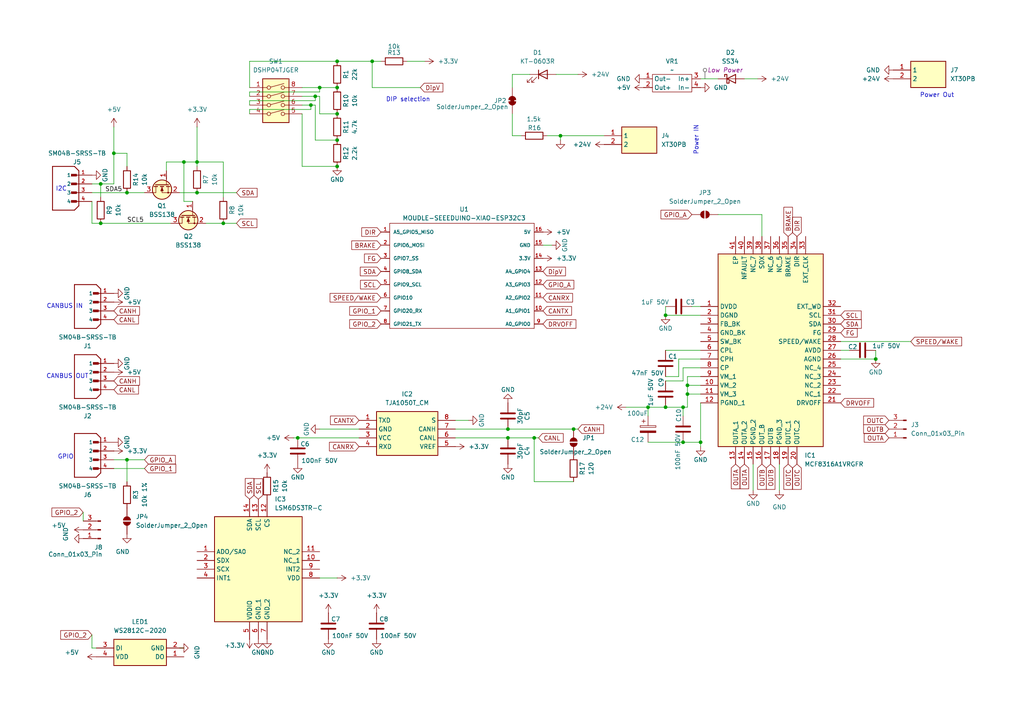
<source format=kicad_sch>
(kicad_sch (version 20231120) (generator "eeschema") (generator_version "8.0")
  (paper "A4")
  (lib_symbols
    (symbol "Connector:Conn_01x03_Pin" (pin_names (offset 1.016) hide)
      (property "Reference" "J" (at 0 5.08 0))
      (property "Value" "Conn_01x03_Pin" (at 0 -5.08 0))
      (symbol "Conn_01x03_Pin_1_1"
        (pin passive line (at 5.08 2.54 180) (length 3.81) (name "Pin_1") (number "1"))
        (pin passive line (at 5.08 0 180) (length 3.81) (name "Pin_2") (number "2"))
        (pin passive line (at 5.08 -2.54 180) (length 3.81) (name "Pin_3") (number "3"))
      )
    )
    (symbol "Device:C" (pin_numbers hide) (pin_names (offset 0.254))
      (property "Reference" "C" (at 0.635 2.54 0))
      (property "Value" "C" (at 0.635 -2.54 0))
      (symbol "C_1_1"
        (pin passive line (at 0 3.81 270) (length 2.794) (name "~") (number "1"))
        (pin passive line (at 0 -3.81 90) (length 2.794) (name "~") (number "2"))
      )
    )
    (symbol "Device:C_Polarized" (pin_numbers hide) (pin_names (offset 0.254))
      (property "Reference" "C" (at 0.635 2.54 0))
      (property "Value" "C_Polarized" (at 0.635 -2.54 0))
      (symbol "C_Polarized_1_1"
        (pin passive line (at 0 3.81 270) (length 2.794) (name "~") (number "1"))
        (pin passive line (at 0 -3.81 90) (length 2.794) (name "~") (number "2"))
      )
    )
    (symbol "Device:LED" (pin_numbers hide) (pin_names (offset 1.016) hide)
      (property "Reference" "D" (at 0 2.54 0))
      (property "Value" "LED" (at 0 -2.54 0))
      (symbol "LED_1_1"
        (pin passive line (at -3.81 0 0) (length 2.54) (name "K") (number "1"))
        (pin passive line (at 3.81 0 180) (length 2.54) (name "A") (number "2"))
      )
    )
    (symbol "Device:R" (pin_numbers hide) (pin_names (offset 0))
      (property "Reference" "R" (at 2.032 0 90))
      (property "Value" "R" (at 0 0 90))
      (symbol "R_1_1"
        (pin passive line (at 0 3.81 270) (length 1.27) (name "~") (number "1"))
        (pin passive line (at 0 -3.81 90) (length 1.27) (name "~") (number "2"))
      )
    )
    (symbol "Diode:1N5820" (pin_numbers hide) (pin_names (offset 1.016) hide)
      (property "Reference" "D" (at 0 2.54 0))
      (property "Value" "1N5820" (at 0 -2.54 0))
      (symbol "1N5820_1_1"
        (pin passive line (at -3.81 0 0) (length 2.54) (name "K") (number "1"))
        (pin passive line (at 3.81 0 180) (length 2.54) (name "A") (number "2"))
      )
    )
    (symbol "Jumper:SolderJumper_2_Bridged" (pin_numbers hide) (pin_names (offset 0) hide) (exclude_from_sim yes) (in_bom no)
      (property "Reference" "JP" (at 0 2.032 0))
      (property "Value" "SolderJumper_2_Bridged" (at 0 -2.54 0))
      (symbol "SolderJumper_2_Bridged_1_1"
        (pin passive line (at -3.81 0 0) (length 2.54) (name "A") (number "1"))
        (pin passive line (at 3.81 0 180) (length 2.54) (name "B") (number "2"))
      )
    )
    (symbol "Jumper:SolderJumper_2_Open" (pin_numbers hide) (pin_names (offset 0) hide) (exclude_from_sim yes) (in_bom no)
      (property "Reference" "JP" (at 0 2.032 0))
      (property "Value" "SolderJumper_2_Open" (at 0 -2.54 0))
      (symbol "SolderJumper_2_Open_1_1"
        (pin passive line (at -3.81 0 0) (length 2.54) (name "A") (number "1"))
        (pin passive line (at 3.81 0 180) (length 2.54) (name "B") (number "2"))
      )
    )
    (symbol "PCM_Transistor_MOSFET_AKL:BSS138" (pin_names hide)
      (property "Reference" "Q" (at 5.08 1.27 0))
      (property "Value" "BSS138" (at 5.08 -1.27 0))
      (symbol "BSS138_1_1"
        (pin input line (at -3.81 -1.27 0) (length 2.54) (name "G") (number "1"))
        (pin passive line (at 2.54 -5.08 90) (length 2.54) (name "S") (number "2"))
        (pin passive line (at 2.54 5.08 270) (length 2.54) (name "D") (number "3"))
      )
    )
    (symbol "Personal:Reg_Board"
      (property "Reference" "VR" (at 1.016 3.81 0))
      (symbol "Reg_Board_1_1"
        (pin input line (at -7.62 1.27 0) (length 2.54) (name "Out-") (number "1"))
        (pin input line (at -7.62 -1.27 0) (length 2.54) (name "Out+") (number "2"))
        (pin output line (at 8.89 1.27 180) (length 2.54) (name "In+") (number "3"))
        (pin output line (at 8.89 -1.27 180) (length 2.54) (name "In-") (number "4"))
      )
    )
    (symbol "SamacSys_Parts:B4B-XH-A_LF__SN_" (pin_names (offset 1.016))
      (property "Reference" "J" (at -2.54 6.35 0))
      (property "Value" "B4B-XH-A_LF__SN_" (at -2.54 -10.16 0))
      (symbol "B4B-XH-A_LF__SN__0_0"
        (pin passive line (at -7.62 2.54 0) (length 5.08) (name "1") (number "1"))
        (pin passive line (at -7.62 0 0) (length 5.08) (name "2") (number "2"))
        (pin passive line (at -7.62 -2.54 0) (length 5.08) (name "3") (number "3"))
        (pin passive line (at -7.62 -5.08 0) (length 5.08) (name "4") (number "4"))
      )
    )
    (symbol "SamacSys_Parts:ESP32_C3_Super_mini" (pin_names (offset 1.016))
      (property "Reference" "U1" (at 0.254 -18.034 0))
      (property "Value" "ESP32_C3_Super_mini" (at 0.254 -20.574 0))
      (symbol "ESP32_C3_Super_mini_1_0"
        (pin bidirectional line (at -24.13 11.43 0) (length 2.54) (name "A5_GPIO5_MISO") (number "1"))
        (pin bidirectional line (at 22.86 -11.43 180) (length 2.54) (name "A1_GPIO1") (number "10"))
        (pin bidirectional line (at 22.86 -7.62 180) (length 2.54) (name "A2_GPIO2") (number "11"))
        (pin bidirectional line (at 22.86 -3.81 180) (length 2.54) (name "A3_GPIO3") (number "12"))
        (pin bidirectional line (at 22.86 0 180) (length 2.54) (name "A4_GPIO4") (number "13"))
        (pin bidirectional line (at 22.86 3.81 180) (length 2.54) (name "3.3V") (number "14"))
        (pin bidirectional line (at 22.86 7.62 180) (length 2.54) (name "GND") (number "15"))
        (pin bidirectional line (at 22.86 11.43 180) (length 2.54) (name "5V") (number "16"))
        (pin bidirectional line (at -24.13 7.62 0) (length 2.54) (name "GPIO6_MOSI") (number "2"))
        (pin bidirectional line (at -24.13 3.81 0) (length 2.54) (name "GPIO7_SS") (number "3"))
        (pin bidirectional line (at -24.13 0 0) (length 2.54) (name "GPIO8_SDA") (number "4"))
        (pin bidirectional line (at -24.13 -3.81 0) (length 2.54) (name "GPIO9_SCL") (number "5"))
        (pin bidirectional line (at -24.13 -7.62 0) (length 2.54) (name "GPIO10") (number "6"))
        (pin bidirectional line (at -24.13 -11.43 0) (length 2.54) (name "GPIO20_RX") (number "7"))
        (pin bidirectional line (at -24.13 -15.24 0) (length 2.54) (name "GPIO21_TX") (number "8"))
        (pin bidirectional line (at 22.86 -15.24 180) (length 2.54) (name "A0_GPIO0") (number "9"))
      )
    )
    (symbol "SamacSys_Parts:LSM6DS3TR-C"
      (property "Reference" "IC" (at 31.75 15.24 0))
      (property "Value" "LSM6DS3TR-C" (at 31.75 12.7 0))
      (symbol "LSM6DS3TR-C_1_1"
        (pin passive line (at 0 0 0) (length 5.08) (name "ADO/SA0") (number "1"))
        (pin passive line (at 35.56 -2.54 180) (length 5.08) (name "NC_1") (number "10"))
        (pin passive line (at 35.56 0 180) (length 5.08) (name "NC_2") (number "11"))
        (pin passive line (at 20.32 15.24 270) (length 5.08) (name "CS") (number "12"))
        (pin passive line (at 17.78 15.24 270) (length 5.08) (name "SCL") (number "13"))
        (pin passive line (at 15.24 15.24 270) (length 5.08) (name "SDA") (number "14"))
        (pin passive line (at 0 -2.54 0) (length 5.08) (name "SDX") (number "2"))
        (pin passive line (at 0 -5.08 0) (length 5.08) (name "SCX") (number "3"))
        (pin passive line (at 0 -7.62 0) (length 5.08) (name "INT1") (number "4"))
        (pin passive line (at 15.24 -25.4 90) (length 5.08) (name "VDDIO") (number "5"))
        (pin passive line (at 17.78 -25.4 90) (length 5.08) (name "GND_1") (number "6"))
        (pin passive line (at 20.32 -25.4 90) (length 5.08) (name "GND_2") (number "7"))
        (pin passive line (at 35.56 -7.62 180) (length 5.08) (name "VDD") (number "8"))
        (pin passive line (at 35.56 -5.08 180) (length 5.08) (name "INT2") (number "9"))
      )
    )
    (symbol "SamacSys_Parts:MCF8316A1VRGFR"
      (property "Reference" "IC" (at 36.83 20.32 0))
      (property "Value" "MCF8316A1VRGFR" (at 36.83 17.78 0))
      (symbol "MCF8316A1VRGFR_1_1"
        (pin passive line (at 0 0 0) (length 5.08) (name "DVDD") (number "1"))
        (pin passive line (at 0 -22.86 0) (length 5.08) (name "VM_2") (number "10"))
        (pin passive line (at 0 -25.4 0) (length 5.08) (name "VM_3") (number "11"))
        (pin passive line (at 0 -27.94 0) (length 5.08) (name "PGND_1") (number "12"))
        (pin passive line (at 10.16 -45.72 90) (length 5.08) (name "OUTA_1") (number "13"))
        (pin passive line (at 12.7 -45.72 90) (length 5.08) (name "OUTA_2") (number "14"))
        (pin passive line (at 15.24 -45.72 90) (length 5.08) (name "PGND_2") (number "15"))
        (pin passive line (at 17.78 -45.72 90) (length 5.08) (name "OUT_B") (number "16"))
        (pin passive line (at 20.32 -45.72 90) (length 5.08) (name "OUTB") (number "17"))
        (pin passive line (at 22.86 -45.72 90) (length 5.08) (name "PGND_3") (number "18"))
        (pin passive line (at 25.4 -45.72 90) (length 5.08) (name "OUTC_1") (number "19"))
        (pin passive line (at 0 -2.54 0) (length 5.08) (name "DGND") (number "2"))
        (pin passive line (at 27.94 -45.72 90) (length 5.08) (name "OUTC_2") (number "20"))
        (pin passive line (at 40.64 -27.94 180) (length 5.08) (name "DRVOFF") (number "21"))
        (pin passive line (at 40.64 -25.4 180) (length 5.08) (name "NC_1") (number "22"))
        (pin passive line (at 40.64 -22.86 180) (length 5.08) (name "NC_2") (number "23"))
        (pin passive line (at 40.64 -20.32 180) (length 5.08) (name "NC_3") (number "24"))
        (pin passive line (at 40.64 -17.78 180) (length 5.08) (name "NC_4") (number "25"))
        (pin passive line (at 40.64 -15.24 180) (length 5.08) (name "AGND") (number "26"))
        (pin passive line (at 40.64 -12.7 180) (length 5.08) (name "AVDD") (number "27"))
        (pin passive line (at 40.64 -10.16 180) (length 5.08) (name "SPEED/WAKE") (number "28"))
        (pin passive line (at 40.64 -7.62 180) (length 5.08) (name "FG") (number "29"))
        (pin passive line (at 0 -5.08 0) (length 5.08) (name "FB_BK") (number "3"))
        (pin passive line (at 40.64 -5.08 180) (length 5.08) (name "SDA") (number "30"))
        (pin passive line (at 40.64 -2.54 180) (length 5.08) (name "SCL") (number "31"))
        (pin passive line (at 40.64 0 180) (length 5.08) (name "EXT_WD") (number "32"))
        (pin passive line (at 30.48 20.32 270) (length 5.08) (name "EXT_CLK") (number "33"))
        (pin passive line (at 27.94 20.32 270) (length 5.08) (name "DIR") (number "34"))
        (pin passive line (at 25.4 20.32 270) (length 5.08) (name "BRAKE") (number "35"))
        (pin passive line (at 22.86 20.32 270) (length 5.08) (name "NC_5") (number "36"))
        (pin passive line (at 20.32 20.32 270) (length 5.08) (name "NC_6") (number "37"))
        (pin passive line (at 17.78 20.32 270) (length 5.08) (name "SOX") (number "38"))
        (pin passive line (at 15.24 20.32 270) (length 5.08) (name "NC_7") (number "39"))
        (pin passive line (at 0 -7.62 0) (length 5.08) (name "GND_BK") (number "4"))
        (pin passive line (at 12.7 20.32 270) (length 5.08) (name "NFAULT") (number "40"))
        (pin passive line (at 10.16 20.32 270) (length 5.08) (name "EP") (number "41"))
        (pin passive line (at 0 -10.16 0) (length 5.08) (name "SW_BK") (number "5"))
        (pin passive line (at 0 -12.7 0) (length 5.08) (name "CPL") (number "6"))
        (pin passive line (at 0 -15.24 0) (length 5.08) (name "CPH") (number "7"))
        (pin passive line (at 0 -17.78 0) (length 5.08) (name "CP") (number "8"))
        (pin passive line (at 0 -20.32 0) (length 5.08) (name "VM_1") (number "9"))
      )
    )
    (symbol "SamacSys_Parts:TJA1050T_CM"
      (property "Reference" "IC" (at 24.13 7.62 0))
      (property "Value" "TJA1050T_CM" (at 24.13 5.08 0))
      (symbol "TJA1050T_CM_1_1"
        (pin passive line (at 0 0 0) (length 5.08) (name "TXD") (number "1"))
        (pin passive line (at 0 -2.54 0) (length 5.08) (name "GND") (number "2"))
        (pin passive line (at 0 -5.08 0) (length 5.08) (name "VCC") (number "3"))
        (pin passive line (at 0 -7.62 0) (length 5.08) (name "RXD") (number "4"))
        (pin passive line (at 27.94 -7.62 180) (length 5.08) (name "VREF") (number "5"))
        (pin passive line (at 27.94 -5.08 180) (length 5.08) (name "CANL") (number "6"))
        (pin passive line (at 27.94 -2.54 180) (length 5.08) (name "CANH") (number "7"))
        (pin passive line (at 27.94 0 180) (length 5.08) (name "S") (number "8"))
      )
    )
    (symbol "SamacSys_Parts:WS2812C-2020"
      (property "Reference" "LED" (at 21.59 7.62 0))
      (property "Value" "WS2812C-2020" (at 21.59 5.08 0))
      (symbol "WS2812C-2020_1_1"
        (pin passive line (at 25.4 -2.54 180) (length 5.08) (name "DO") (number "1"))
        (pin passive line (at 25.4 0 180) (length 5.08) (name "GND") (number "2"))
        (pin passive line (at 0 0 0) (length 5.08) (name "DI") (number "3"))
        (pin passive line (at 0 -2.54 0) (length 5.08) (name "VDD") (number "4"))
      )
    )
    (symbol "SamacSys_Parts:XT30PB"
      (property "Reference" "J" (at 16.51 7.62 0))
      (property "Value" "XT30PB" (at 16.51 5.08 0))
      (symbol "XT30PB_1_1"
        (pin passive line (at 0 0 0) (length 5.08) (name "1") (number "1"))
        (pin passive line (at 0 -2.54 0) (length 5.08) (name "2") (number "2"))
      )
    )
    (symbol "Switch:SW_DIP_x04" (pin_names (offset 0) hide)
      (property "Reference" "SW" (at 0 8.89 0))
      (property "Value" "SW_DIP_x04" (at 0 -6.35 0))
      (symbol "SW_DIP_x04_1_1"
        (pin passive line (at -7.62 5.08 0) (length 5.08) (name "~") (number "1"))
        (pin passive line (at -7.62 2.54 0) (length 5.08) (name "~") (number "2"))
        (pin passive line (at -7.62 0 0) (length 5.08) (name "~") (number "3"))
        (pin passive line (at -7.62 -2.54 0) (length 5.08) (name "~") (number "4"))
        (pin passive line (at 7.62 -2.54 180) (length 5.08) (name "~") (number "5"))
        (pin passive line (at 7.62 0 180) (length 5.08) (name "~") (number "6"))
        (pin passive line (at 7.62 2.54 180) (length 5.08) (name "~") (number "7"))
        (pin passive line (at 7.62 5.08 180) (length 5.08) (name "~") (number "8"))
      )
    )
    (symbol "power:+24V" (power) (pin_names (offset 0))
      (property "Value" "+24V" (at 0 3.556 0))
      (symbol "+24V_1_1"
        (pin power_in line (at 0 0 90) (length 0) hide (name "+24V") (number "1"))
      )
    )
    (symbol "power:+3.3V" (power) (pin_numbers hide) (pin_names (offset 0) hide)
      (property "Value" "+3.3V" (at 0 3.556 0))
      (symbol "+3.3V_1_1"
        (pin power_in line (at 0 0 90) (length 0) (name "~") (number "1"))
      )
    )
    (symbol "power:+5V" (power) (pin_numbers hide) (pin_names (offset 0) hide)
      (property "Value" "+5V" (at 0 3.556 0))
      (symbol "+5V_1_1"
        (pin power_in line (at 0 0 90) (length 0) (name "~") (number "1"))
      )
    )
    (symbol "power:GND" (power) (pin_names (offset 0))
      (property "Value" "GND" (at 0 -3.81 0))
      (symbol "GND_1_1"
        (pin power_in line (at 0 0 270) (length 0) hide (name "GND") (number "1"))
      )
    )
  )
  (junction (at 254 104.14))
  (junction (at 154.94 127))
  (junction (at 29.21 64.77))
  (junction (at 199.39 114.3))
  (junction (at 57.15 55.88))
  (junction (at 64.77 64.77))
  (junction (at 53.34 46.99))
  (junction (at 97.79 25.4))
  (junction (at 97.79 33.02))
  (junction (at 90.17 30.48))
  (junction (at 147.32 127))
  (junction (at 193.04 91.44))
  (junction (at 97.79 17.78))
  (junction (at 198.12 128.27))
  (junction (at 199.39 111.76))
  (junction (at 33.02 44.45))
  (junction (at 86.36 127))
  (junction (at 198.12 118.11))
  (junction (at 166.37 124.46))
  (junction (at 97.79 48.26))
  (junction (at 29.21 53.34))
  (junction (at 203.2 128.27))
  (junction (at 36.83 133.35))
  (junction (at 147.32 124.46))
  (junction (at 92.71 25.4))
  (junction (at 193.04 118.11))
  (junction (at 187.96 118.11))
  (junction (at 91.44 27.94))
  (junction (at 36.83 55.88))
  (junction (at 57.15 46.99))
  (junction (at 162.56 39.37))
  (junction (at 107.95 17.78))
  (junction (at 97.79 40.64))
  (wire (pts (xy 97.79 167.64) (xy 92.71 167.64)))
  (wire (pts (xy 196.85 109.22) (xy 193.04 109.22)))
  (wire (pts (xy 226.06 142.24) (xy 226.06 134.62)))
  (wire (pts (xy 199.39 109.22) (xy 199.39 111.76)))
  (wire (pts (xy 187.96 128.27) (xy 198.12 128.27)))
  (wire (pts (xy 199.39 114.3) (xy 203.2 114.3)))
  (wire (pts (xy 181.61 118.11) (xy 187.96 118.11)))
  (wire (pts (xy 203.2 104.14) (xy 196.85 104.14)))
  (wire (pts (xy 200.66 88.9) (xy 203.2 88.9)))
  (wire (pts (xy 33.02 53.34) (xy 29.21 53.34)))
  (wire (pts (xy 91.44 27.94) (xy 92.71 27.94)))
  (wire (pts (xy 198.12 128.27) (xy 203.2 128.27)))
  (wire (pts (xy 36.83 44.45) (xy 33.02 44.45)))
  (wire (pts (xy 72.39 17.78) (xy 97.79 17.78)))
  (wire (pts (xy 57.15 36.83) (xy 57.15 46.99)))
  (wire (pts (xy 264.16 99.06) (xy 243.84 99.06)))
  (wire (pts (xy 53.34 58.42) (xy 55.88 58.42)))
  (wire (pts (xy 24.13 148.59) (xy 24.13 151.13)))
  (wire (pts (xy 147.32 124.46) (xy 132.08 124.46)))
  (wire (pts (xy 162.56 39.37) (xy 175.26 39.37)))
  (wire (pts (xy 68.58 64.77) (xy 64.77 64.77)))
  (wire (pts (xy 199.39 114.3) (xy 199.39 118.11)))
  (wire (pts (xy 33.02 44.45) (xy 33.02 53.34)))
  (wire (pts (xy 41.91 133.35) (xy 36.83 133.35)))
  (wire (pts (xy 118.11 17.78) (xy 123.19 17.78)))
  (wire (pts (xy 203.2 116.84) (xy 203.2 128.27)))
  (wire (pts (xy 91.44 40.64) (xy 97.79 40.64)))
  (wire (pts (xy 187.96 118.11) (xy 193.04 118.11)))
  (wire (pts (xy 154.94 139.7) (xy 154.94 127)))
  (wire (pts (xy 72.39 30.48) (xy 72.39 29.21)))
  (wire (pts (xy 53.34 187.96) (xy 52.07 187.96)))
  (wire (pts (xy 92.71 27.94) (xy 92.71 33.02)))
  (wire (pts (xy 208.28 22.86) (xy 203.2 22.86)))
  (wire (pts (xy 107.95 17.78) (xy 107.95 25.4)))
  (wire (pts (xy 36.83 133.35) (xy 33.02 133.35)))
  (wire (pts (xy 72.39 33.02) (xy 72.39 31.75)))
  (wire (pts (xy 208.28 62.23) (xy 220.98 62.23)))
  (wire (pts (xy 59.69 64.77) (xy 64.77 64.77)))
  (wire (pts (xy 196.85 104.14) (xy 196.85 109.22)))
  (wire (pts (xy 72.39 31.75) (xy 90.17 31.75)))
  (wire (pts (xy 53.34 46.99) (xy 57.15 46.99)))
  (wire (pts (xy 26.67 187.96) (xy 27.94 187.96)))
  (wire (pts (xy 29.21 53.34) (xy 29.21 57.15)))
  (wire (pts (xy 90.17 30.48) (xy 91.44 30.48)))
  (wire (pts (xy 158.75 39.37) (xy 162.56 39.37)))
  (wire (pts (xy 36.83 133.35) (xy 36.83 139.7)))
  (wire (pts (xy 151.13 39.37) (xy 148.59 39.37)))
  (wire (pts (xy 72.39 26.67) (xy 92.71 26.67)))
  (wire (pts (xy 87.63 25.4) (xy 92.71 25.4)))
  (wire (pts (xy 203.2 109.22) (xy 199.39 109.22)))
  (wire (pts (xy 26.67 55.88) (xy 36.83 55.88)))
  (wire (pts (xy 97.79 17.78) (xy 107.95 17.78)))
  (wire (pts (xy 243.84 101.6) (xy 246.38 101.6)))
  (wire (pts (xy 48.26 46.99) (xy 53.34 46.99)))
  (wire (pts (xy 167.64 124.46) (xy 166.37 124.46)))
  (wire (pts (xy 57.15 55.88) (xy 52.07 55.88)))
  (wire (pts (xy 199.39 111.76) (xy 203.2 111.76)))
  (wire (pts (xy 26.67 64.77) (xy 26.67 58.42)))
  (wire (pts (xy 57.15 46.99) (xy 57.15 48.26)))
  (wire (pts (xy 166.37 124.46) (xy 147.32 124.46)))
  (wire (pts (xy 87.63 48.26) (xy 97.79 48.26)))
  (wire (pts (xy 36.83 48.26) (xy 36.83 44.45)))
  (wire (pts (xy 220.98 62.23) (xy 220.98 68.58)))
  (wire (pts (xy 68.58 55.88) (xy 57.15 55.88)))
  (wire (pts (xy 87.63 30.48) (xy 90.17 30.48)))
  (wire (pts (xy 92.71 26.67) (xy 92.71 25.4)))
  (wire (pts (xy 29.21 64.77) (xy 26.67 64.77)))
  (wire (pts (xy 92.71 33.02) (xy 97.79 33.02)))
  (wire (pts (xy 26.67 184.15) (xy 26.67 187.96)))
  (wire (pts (xy 199.39 118.11) (xy 198.12 118.11)))
  (wire (pts (xy 92.71 124.46) (xy 104.14 124.46)))
  (wire (pts (xy 41.91 135.89) (xy 33.02 135.89)))
  (wire (pts (xy 92.71 25.4) (xy 97.79 25.4)))
  (wire (pts (xy 193.04 101.6) (xy 203.2 101.6)))
  (wire (pts (xy 187.96 120.65) (xy 187.96 118.11)))
  (wire (pts (xy 90.17 31.75) (xy 90.17 30.48)))
  (wire (pts (xy 156.21 127) (xy 154.94 127)))
  (wire (pts (xy 198.12 110.49) (xy 193.04 110.49)))
  (wire (pts (xy 91.44 29.21) (xy 91.44 27.94)))
  (wire (pts (xy 107.95 25.4) (xy 121.92 25.4)))
  (wire (pts (xy 87.63 33.02) (xy 87.63 48.26)))
  (wire (pts (xy 199.39 111.76) (xy 199.39 114.3)))
  (wire (pts (xy 148.59 39.37) (xy 148.59 33.02)))
  (wire (pts (xy 91.44 30.48) (xy 91.44 40.64)))
  (wire (pts (xy 49.53 64.77) (xy 29.21 64.77)))
  (wire (pts (xy 198.12 120.65) (xy 198.12 118.11)))
  (wire (pts (xy 64.77 46.99) (xy 57.15 46.99)))
  (wire (pts (xy 154.94 127) (xy 147.32 127)))
  (wire (pts (xy 72.39 27.94) (xy 72.39 26.67)))
  (wire (pts (xy 193.04 88.9) (xy 193.04 91.44)))
  (wire (pts (xy 147.32 127) (xy 132.08 127)))
  (wire (pts (xy 148.59 21.59) (xy 148.59 25.4)))
  (wire (pts (xy 162.56 39.37) (xy 162.56 40.64)))
  (wire (pts (xy 218.44 142.24) (xy 218.44 134.62)))
  (wire (pts (xy 254 101.6) (xy 254 104.14)))
  (wire (pts (xy 85.09 127) (xy 86.36 127)))
  (wire (pts (xy 166.37 139.7) (xy 154.94 139.7)))
  (wire (pts (xy 48.26 49.53) (xy 48.26 46.99)))
  (wire (pts (xy 193.04 91.44) (xy 203.2 91.44)))
  (wire (pts (xy 87.63 27.94) (xy 91.44 27.94)))
  (wire (pts (xy 86.36 127) (xy 104.14 127)))
  (wire (pts (xy 53.34 46.99) (xy 53.34 58.42)))
  (wire (pts (xy 198.12 106.68) (xy 198.12 110.49)))
  (wire (pts (xy 132.08 121.92) (xy 135.89 121.92)))
  (wire (pts (xy 36.83 55.88) (xy 41.91 55.88)))
  (wire (pts (xy 160.02 71.12) (xy 157.48 71.12)))
  (wire (pts (xy 72.39 29.21) (xy 91.44 29.21)))
  (wire (pts (xy 72.39 25.4) (xy 72.39 17.78)))
  (wire (pts (xy 167.64 21.59) (xy 161.29 21.59)))
  (wire (pts (xy 219.71 22.86) (xy 215.9 22.86)))
  (wire (pts (xy 29.21 53.34) (xy 26.67 53.34)))
  (wire (pts (xy 33.02 36.83) (xy 33.02 44.45)))
  (wire (pts (xy 243.84 104.14) (xy 254 104.14)))
  (wire (pts (xy 107.95 17.78) (xy 110.49 17.78)))
  (wire (pts (xy 148.59 21.59) (xy 153.67 21.59)))
  (wire (pts (xy 198.12 118.11) (xy 193.04 118.11)))
  (wire (pts (xy 64.77 57.15) (xy 64.77 46.99)))
  (wire (pts (xy 203.2 129.54) (xy 203.2 128.27)))
  (wire (pts (xy 203.2 106.68) (xy 198.12 106.68)))
  (text "CANBUS OUT" (at 19.558 109.22 0) (effects (font (size 1.27 1.27))))
  (text "GPIO\n" (at 19.05 132.588 0) (effects (font (size 1.27 1.27))))
  (text "Power Out" (at 271.78 27.686 0) (effects (font (size 1.27 1.27))))
  (text "CANBUS IN" (at 18.796 88.9 0) (effects (font (size 1.27 1.27))))
  (text "Power IN\n" (at 201.93 40.64 90) (effects (font (size 1.27 1.27))))
  (text "DIP selection" (at 118.364 28.956 0) (effects (font (size 1.27 1.27))))
  (text "I2C" (at 17.78 54.864 0) (effects (font (size 1.27 1.27))))
  (label "SDA5" (at 30.48 55.88 0))
  (label "SCL5" (at 36.83 64.77 0))
  (global_label "DIR" (shape input) (at 231.14 68.58 90) (property "Intersheetrefs" "${INTERSHEET_REFS}" (effects (hide yes))))
  (global_label "SDA" (shape input) (at 243.84 93.98 0) (property "Intersheetrefs" "${INTERSHEET_REFS}" (effects (hide yes))))
  (global_label "CANTX" (shape input) (at 104.14 121.92 180) (property "Intersheetrefs" "${INTERSHEET_REFS}" (effects (hide yes))))
  (global_label "SDA" (shape input) (at 72.39 144.78 90) (property "Intersheetrefs" "${INTERSHEET_REFS}" (effects (hide yes))))
  (global_label "GPIO_A" (shape input) (at 157.48 82.55 0) (property "Intersheetrefs" "${INTERSHEET_REFS}" (effects (hide yes))))
  (global_label "OUTA" (shape input) (at 213.36 134.62 270) (property "Intersheetrefs" "${INTERSHEET_REFS}" (effects (hide yes))))
  (global_label "OUTB" (shape input) (at 257.81 124.46 180) (property "Intersheetrefs" "${INTERSHEET_REFS}" (effects (hide yes))))
  (global_label "OUTC" (shape input) (at 257.81 121.92 180) (property "Intersheetrefs" "${INTERSHEET_REFS}" (effects (hide yes))))
  (global_label "GPIO_A" (shape input) (at 41.91 133.35 0) (property "Intersheetrefs" "${INTERSHEET_REFS}" (effects (hide yes))))
  (global_label "OUTB" (shape input) (at 220.98 134.62 270) (property "Intersheetrefs" "${INTERSHEET_REFS}" (effects (hide yes))))
  (global_label "CANRX" (shape input) (at 104.14 129.54 180) (property "Intersheetrefs" "${INTERSHEET_REFS}" (effects (hide yes))))
  (global_label "CANH" (shape input) (at 33.02 110.49 0) (property "Intersheetrefs" "${INTERSHEET_REFS}" (effects (hide yes))))
  (global_label "OUTB" (shape input) (at 223.52 134.62 270) (property "Intersheetrefs" "${INTERSHEET_REFS}" (effects (hide yes))))
  (global_label "OUTA" (shape input) (at 215.9 134.62 270) (property "Intersheetrefs" "${INTERSHEET_REFS}" (effects (hide yes))))
  (global_label "SPEED/WAKE" (shape input) (at 110.49 86.36 180) (property "Intersheetrefs" "${INTERSHEET_REFS}" (effects (hide yes))))
  (global_label "BRAKE" (shape input) (at 110.49 71.12 180) (property "Intersheetrefs" "${INTERSHEET_REFS}" (effects (hide yes))))
  (global_label "DIR" (shape input) (at 110.49 67.31 180) (property "Intersheetrefs" "${INTERSHEET_REFS}" (effects (hide yes))))
  (global_label "GPIO_1" (shape input) (at 110.49 90.17 180) (property "Intersheetrefs" "${INTERSHEET_REFS}" (effects (hide yes))))
  (global_label "GPIO_2" (shape input) (at 24.13 148.59 180) (property "Intersheetrefs" "${INTERSHEET_REFS}" (effects (hide yes))))
  (global_label "DRVOFF" (shape input) (at 243.84 116.84 0) (property "Intersheetrefs" "${INTERSHEET_REFS}" (effects (hide yes))))
  (global_label "DipV" (shape input) (at 121.92 25.4 0) (property "Intersheetrefs" "${INTERSHEET_REFS}" (effects (hide yes))))
  (global_label "CANL" (shape input) (at 156.21 127 0) (property "Intersheetrefs" "${INTERSHEET_REFS}" (effects (hide yes))))
  (global_label "SCL" (shape input) (at 68.58 64.77 0) (property "Intersheetrefs" "${INTERSHEET_REFS}" (effects (hide yes))))
  (global_label "CANRX" (shape input) (at 157.48 86.36 0) (property "Intersheetrefs" "${INTERSHEET_REFS}" (effects (hide yes))))
  (global_label "SCL" (shape input) (at 243.84 91.44 0) (property "Intersheetrefs" "${INTERSHEET_REFS}" (effects (hide yes))))
  (global_label "CANH" (shape input) (at 33.02 90.17 0) (property "Intersheetrefs" "${INTERSHEET_REFS}" (effects (hide yes))))
  (global_label "OUTA" (shape input) (at 257.81 127 180) (property "Intersheetrefs" "${INTERSHEET_REFS}" (effects (hide yes))))
  (global_label "OUTC" (shape input) (at 231.14 134.62 270) (property "Intersheetrefs" "${INTERSHEET_REFS}" (effects (hide yes))))
  (global_label "CANL" (shape input) (at 33.02 113.03 0) (property "Intersheetrefs" "${INTERSHEET_REFS}" (effects (hide yes))))
  (global_label "CANH" (shape input) (at 167.64 124.46 0) (property "Intersheetrefs" "${INTERSHEET_REFS}" (effects (hide yes))))
  (global_label "DRVOFF" (shape input) (at 157.48 93.98 0) (property "Intersheetrefs" "${INTERSHEET_REFS}" (effects (hide yes))))
  (global_label "GPIO_2" (shape input) (at 110.49 93.98 180) (property "Intersheetrefs" "${INTERSHEET_REFS}" (effects (hide yes))))
  (global_label "GPIO_1" (shape input) (at 41.91 135.89 0) (property "Intersheetrefs" "${INTERSHEET_REFS}" (effects (hide yes))))
  (global_label "SPEED/WAKE" (shape input) (at 264.16 99.06 0) (property "Intersheetrefs" "${INTERSHEET_REFS}" (effects (hide yes))))
  (global_label "CANL" (shape input) (at 33.02 92.71 0) (property "Intersheetrefs" "${INTERSHEET_REFS}" (effects (hide yes))))
  (global_label "OUTC" (shape input) (at 228.6 134.62 270) (property "Intersheetrefs" "${INTERSHEET_REFS}" (effects (hide yes))))
  (global_label "SDA" (shape input) (at 110.49 78.74 180) (property "Intersheetrefs" "${INTERSHEET_REFS}" (effects (hide yes))))
  (global_label "BRAKE" (shape input) (at 228.6 68.58 90) (property "Intersheetrefs" "${INTERSHEET_REFS}" (effects (hide yes))))
  (global_label "DipV" (shape input) (at 157.48 78.74 0) (property "Intersheetrefs" "${INTERSHEET_REFS}" (effects (hide yes))))
  (global_label "FG" (shape input) (at 243.84 96.52 0) (property "Intersheetrefs" "${INTERSHEET_REFS}" (effects (hide yes))))
  (global_label "GPIO_A" (shape input) (at 200.66 62.23 180) (property "Intersheetrefs" "${INTERSHEET_REFS}" (effects (hide yes))))
  (global_label "FG" (shape input) (at 110.49 74.93 180) (property "Intersheetrefs" "${INTERSHEET_REFS}" (effects (hide yes))))
  (global_label "SCL" (shape input) (at 74.93 144.78 90) (property "Intersheetrefs" "${INTERSHEET_REFS}" (effects (hide yes))))
  (global_label "SCL" (shape input) (at 110.49 82.55 180) (property "Intersheetrefs" "${INTERSHEET_REFS}" (effects (hide yes))))
  (global_label "SDA" (shape input) (at 68.58 55.88 0) (property "Intersheetrefs" "${INTERSHEET_REFS}" (effects (hide yes))))
  (global_label "GPIO_2" (shape input) (at 26.67 184.15 180) (property "Intersheetrefs" "${INTERSHEET_REFS}" (effects (hide yes))))
  (global_label "CANTX" (shape input) (at 157.48 90.17 0) (property "Intersheetrefs" "${INTERSHEET_REFS}" (effects (hide yes))))
  (netclass_flag "" (length 2.54) (shape round) (at 204.47 22.86 0) (property "Netclass" "Low Power" (at 205.1685 20.32 0) (effects (font (italic yes)) (justify left))))
  (symbol (lib_id "power:GND") (at 203.2 129.54 0) (unit 1)
    (property "Reference" "#PWR047" (effects (hide yes)))
    (property "Value" "GND" (at 203.2 133.35 0))
  )
  (symbol (lib_id "Connector:Conn_01x03_Pin") (at 29.21 153.67 180) (unit 1)
    (property "Reference" "J8" (at 28.575 158.75 0))
    (property "Value" "Conn_01x03_Pin" (at 21.844 160.782 0))
    (property "Footprint" "Connector_PinHeader_2.54mm:PinHeader_1x03_P2.54mm_Vertical" (effects (hide yes)))
    (property "Description" "Generic connector, single row, 01x03, script generated" (effects (hide yes)))
  )
  (symbol (lib_id "power:GND") (at 77.47 185.42 0) (unit 1)
    (property "Reference" "#PWR036" (effects (hide yes)))
    (property "Value" "GND" (at 77.47 189.23 0))
  )
  (symbol (lib_id "power:GND") (at 162.56 40.64 0) (unit 1)
    (property "Reference" "#PWR011" (effects (hide yes)))
    (property "Value" "GND" (effects (hide yes)))
  )
  (symbol (lib_id "power:+5V") (at 85.09 127 90) (unit 1)
    (property "Reference" "#PWR015" (effects (hide yes)))
    (property "Value" "+5V" (at 81.28 126.9999 90) (effects (justify left)))
    (property "Description" "Power symbol creates a global label with name \"+5V\"" (effects (hide yes)))
  )
  (symbol (lib_id "power:GND") (at 254 104.14 0) (unit 1)
    (property "Reference" "#PWR014" (effects (hide yes)))
    (property "Value" "GND" (at 254 107.95 0))
  )
  (symbol (lib_id "power:GND") (at 95.25 185.42 0) (unit 1)
    (property "Reference" "#PWR041" (effects (hide yes)))
    (property "Value" "GND" (at 95.25 189.23 0))
  )
  (symbol (lib_id "SamacSys_Parts:XT30PB") (at 259.08 20.32 0) (unit 1) (in_bom no)
    (property "Reference" "J7" (at 275.59 20.3199 0) (effects (justify left)))
    (property "Value" "XT30PB" (at 275.59 22.8599 0) (effects (justify left)))
    (property "Footprint" "JST_Sorted:XT30PB" (effects (hide yes)))
    (property "Datasheet" "https://www.tme.eu/Document/4acc913878197f8c2e30d4b8cdc47230/XT30UPB%20SPEC.pdf" (effects (hide yes)))
    (property "Description" "Mini XT60 XT30 Connector for RC Multirotor Racing Drone Quadcopter" (effects (hide yes)))
    (property "Height" "10.7" (effects (hide yes)))
    (property "Manufacturer_Name" "Amass" (effects (hide yes)))
    (property "Manufacturer_Part_Number" "XT30PB" (effects (hide yes)))
  )
  (symbol (lib_id "power:+24V") (at 181.61 118.11 90) (unit 1)
    (property "Reference" "#PWR050" (effects (hide yes)))
    (property "Value" "+24V" (at 177.8 118.11 90) (effects (justify left)))
  )
  (symbol (lib_id "Device:R") (at 29.21 60.96 180) (unit 1)
    (property "Reference" "R9" (at 31.75 60.96 90))
    (property "Value" "10k" (at 34.29 60.96 90))
    (property "Footprint" "Resistor_SMD:R_0402_1005Metric" (effects (hide yes)))
  )
  (symbol (lib_id "power:GND") (at 33.02 85.09 90) (unit 1)
    (property "Reference" "#PWR02" (effects (hide yes)))
    (property "Value" "GND" (at 36.83 85.09 0))
  )
  (symbol (lib_id "Device:R") (at 166.37 135.89 180) (unit 1)
    (property "Reference" "R17" (at 168.91 135.89 90))
    (property "Value" "120" (at 171.45 135.89 90))
    (property "Footprint" "Resistor_SMD:R_0402_1005Metric" (effects (hide yes)))
  )
  (symbol (lib_id "Device:C") (at 109.22 181.61 0) (unit 1)
    (property "Reference" "C8" (at 109.982 179.578 0) (effects (justify left)))
    (property "Value" "100nF 50V" (at 110.236 184.404 0) (effects (justify left)))
    (property "Footprint" "Capacitor_SMD:C_0402_1005Metric" (effects (hide yes)))
    (property "Description" "Unpolarized capacitor" (effects (hide yes)))
  )
  (symbol (lib_id "Device:C") (at 86.36 130.81 0) (unit 1)
    (property "Reference" "C6" (at 87.122 128.778 0) (effects (justify left)))
    (property "Value" "100nF 50V" (at 87.376 133.604 0) (effects (justify left)))
    (property "Footprint" "Capacitor_SMD:C_0402_1005Metric" (effects (hide yes)))
    (property "Description" "Unpolarized capacitor" (effects (hide yes)))
  )
  (symbol (lib_id "Device:C") (at 95.25 181.61 0) (unit 1)
    (property "Reference" "C7" (at 96.012 179.578 0) (effects (justify left)))
    (property "Value" "100nF 50V" (at 96.266 184.404 0) (effects (justify left)))
    (property "Footprint" "Capacitor_SMD:C_0402_1005Metric" (effects (hide yes)))
    (property "Description" "Unpolarized capacitor" (effects (hide yes)))
  )
  (symbol (lib_id "Device:R") (at 97.79 21.59 180) (unit 1)
    (property "Reference" "R1" (at 100.33 21.59 90))
    (property "Value" "22k" (at 102.87 21.59 90))
    (property "Footprint" "Resistor_SMD:R_0402_1005Metric" (effects (hide yes)))
  )
  (symbol (lib_id "Device:R") (at 114.3 17.78 270) (unit 1)
    (property "Reference" "R13" (at 114.3 15.24 90))
    (property "Value" "10k" (at 114.3 13.462 90))
    (property "Footprint" "Resistor_SMD:R_0402_1005Metric" (effects (hide yes)))
  )
  (symbol (lib_id "power:GND") (at 24.13 156.21 270) (unit 1)
    (property "Reference" "#PWR031" (effects (hide yes)))
    (property "Value" "GND" (at 19.05 154.94 0))
  )
  (symbol (lib_id "SamacSys_Parts:B4B-XH-A_LF__SN_") (at 19.05 53.34 0) (mirror y) (unit 1)
    (property "Reference" "J5" (at 22.352 46.99 0))
    (property "Value" "SM04B-SRSS-TB" (at 22.352 44.45 0))
    (property "Footprint" "Connector_JST:JST_SH_SM04B-SRSS-TB_1x04-1MP_P1.00mm_Horizontal" (effects (hide yes)))
    (property "Description" "JST 4 Pin" (effects (hide yes)))
  )
  (symbol (lib_id "Jumper:SolderJumper_2_Open") (at 204.47 62.23 180) (unit 1) (exclude_from_sim yes) (in_bom no)
    (property "Reference" "JP3" (at 204.47 55.88 0))
    (property "Value" "SolderJumper_2_Open" (at 204.47 58.42 0))
    (property "Footprint" "Jumper:SolderJumper-2_P1.3mm_Open_RoundedPad1.0x1.5mm" (effects (hide yes)))
    (property "Description" "Solder Jumper, 2-pole, open" (effects (hide yes)))
  )
  (symbol (lib_id "power:GND") (at 135.89 121.92 90) (unit 1)
    (property "Reference" "#PWR019" (effects (hide yes)))
    (property "Value" "GND" (at 139.7 121.92 0))
  )
  (symbol (lib_id "power:+24V") (at 175.26 41.91 90) (unit 1)
    (property "Reference" "#PWR010" (effects (hide yes)))
    (property "Value" "+24V" (at 171.45 41.91 90) (effects (justify left)))
  )
  (symbol (lib_id "power:GND") (at 26.67 50.8 90) (unit 1)
    (property "Reference" "#PWR05" (effects (hide yes)))
    (property "Value" "GND" (at 30.48 50.8 0))
  )
  (symbol (lib_id "power:+24V") (at 167.64 21.59 270) (unit 1)
    (property "Reference" "#PWR021" (effects (hide yes)))
    (property "Value" "+24V" (at 171.45 21.5899 90) (effects (justify left)))
  )
  (symbol (lib_id "power:GND") (at 109.22 185.42 0) (unit 1)
    (property "Reference" "#PWR044" (effects (hide yes)))
    (property "Value" "GND" (at 109.22 189.23 0))
  )
  (symbol (lib_id "power:+3.3V") (at 72.39 185.42 180) (unit 1)
    (property "Reference" "#PWR039" (effects (hide yes)))
    (property "Value" "+3.3V" (at 68.072 187.198 0))
    (property "Description" "Power symbol creates a global label with name \"+3.3V\"" (effects (hide yes)))
  )
  (symbol (lib_id "Connector:Conn_01x03_Pin") (at 262.89 124.46 180) (unit 1)
    (property "Reference" "J3" (at 264.16 123.1899 0) (effects (justify right)))
    (property "Value" "Conn_01x03_Pin" (at 264.16 125.7299 0) (effects (justify right)))
    (property "Footprint" "Connector_AMASS:AMASS_MR30PW-FB_1x03_P3.50mm_Horizontal" (effects (hide yes)))
    (property "Description" "Generic connector, single row, 01x03, script generated" (effects (hide yes)))
  )
  (symbol (lib_id "power:+24V") (at 219.71 22.86 270) (unit 1)
    (property "Reference" "#PWR033" (effects (hide yes)))
    (property "Value" "+24V" (at 223.52 22.86 90) (effects (justify left)))
  )
  (symbol (lib_id "power:GND") (at 160.02 71.12 90) (unit 1)
    (property "Reference" "#PWR09" (effects (hide yes)))
    (property "Value" "GND" (at 163.83 71.12 0))
  )
  (symbol (lib_id "power:+3.3V") (at 97.79 167.64 270) (unit 1)
    (property "Reference" "#PWR038" (effects (hide yes)))
    (property "Value" "+3.3V" (at 101.6 167.6399 90) (effects (justify left)))
    (property "Description" "Power symbol creates a global label with name \"+3.3V\"" (effects (hide yes)))
  )
  (symbol (lib_id "power:+5V") (at 186.69 25.4 90) (unit 1)
    (property "Reference" "#PWR035" (effects (hide yes)))
    (property "Value" "+5V" (at 182.88 25.3999 90) (effects (justify left)))
    (property "Description" "Power symbol creates a global label with name \"+5V\"" (effects (hide yes)))
  )
  (symbol (lib_id "power:GND") (at 97.79 48.26 0) (unit 1)
    (property "Reference" "#PWR08" (effects (hide yes)))
    (property "Value" "GND" (at 97.79 52.07 0))
  )
  (symbol (lib_id "power:+5V") (at 24.13 153.67 90) (unit 1)
    (property "Reference" "#PWR030" (effects (hide yes)))
    (property "Value" "+5V" (at 19.05 152.4001 90) (effects (justify left)))
    (property "Description" "Power symbol creates a global label with name \"+5V\"" (effects (hide yes)))
  )
  (symbol (lib_id "power:+5V") (at 33.02 36.83 0) (unit 1)
    (property "Reference" "#PWR01" (effects (hide yes)))
    (property "Value" "+5V" (at 33.02 31.75 0))
    (property "Description" "Power symbol creates a global label with name \"+5V\"" (effects (hide yes)))
  )
  (symbol (lib_id "power:+3.3V") (at 157.48 74.93 270) (unit 1)
    (property "Reference" "#PWR04" (effects (hide yes)))
    (property "Value" "+3.3V" (at 161.29 74.9299 90) (effects (justify left)))
    (property "Description" "Power symbol creates a global label with name \"+3.3V\"" (effects (hide yes)))
  )
  (symbol (lib_id "power:+3.3V") (at 95.25 177.8 0) (unit 1)
    (property "Reference" "#PWR040" (effects (hide yes)))
    (property "Value" "+3.3V" (at 95.25 172.72 0))
    (property "Description" "Power symbol creates a global label with name \"+3.3V\"" (effects (hide yes)))
  )
  (symbol (lib_id "Switch:SW_DIP_x04") (at 80.01 30.48 0) (unit 1)
    (property "Reference" "SW1" (at 80.01 17.78 0))
    (property "Value" "DSHP04TJGER" (at 80.01 20.32 0))
    (property "Footprint" "Button_Switch_SMD:SW_DIP_SPSTx04_Slide_Copal_CHS-04A_W5.08mm_P1.27mm_JPin" (effects (hide yes)))
    (property "Description" "4x DIP Switch, Single Pole Single Throw (SPST) switch, small symbol" (effects (hide yes)))
  )
  (symbol (lib_id "Jumper:SolderJumper_2_Bridged") (at 148.59 29.21 90) (unit 1) (exclude_from_sim yes) (in_bom no)
    (property "Reference" "JP2" (at 143.256 29.21 90) (effects (justify right)))
    (property "Value" "SolderJumper_2_Open" (at 126.492 30.988 90) (effects (justify right)))
    (property "Footprint" "CutomParts:Jumper Connected 2 Pin Small" (effects (hide yes)))
    (property "Description" "Solder Jumper, 2-pole, closed/bridged" (effects (hide yes)))
  )
  (symbol (lib_id "Device:C") (at 147.32 120.65 180) (unit 1)
    (property "Reference" "C5" (at 152.908 120.65 90))
    (property "Value" "30pF" (at 150.876 120.65 90))
    (property "Footprint" "Capacitor_SMD:C_0402_1005Metric" (effects (hide yes)))
    (property "Description" "Unpolarized capacitor" (effects (hide yes)))
  )
  (symbol (lib_id "Device:R") (at 77.47 140.97 180) (unit 1)
    (property "Reference" "R15" (at 80.01 140.97 90))
    (property "Value" "10k" (at 82.55 140.97 90))
    (property "Footprint" "Resistor_SMD:R_0402_1005Metric" (effects (hide yes)))
  )
  (symbol (lib_id "Device:R") (at 97.79 29.21 180) (unit 1)
    (property "Reference" "R10" (at 100.33 29.21 90))
    (property "Value" "10k" (at 102.87 29.21 90))
    (property "Footprint" "Resistor_SMD:R_0402_1005Metric" (effects (hide yes)))
  )
  (symbol (lib_id "power:+5V") (at 33.02 107.95 270) (unit 1)
    (property "Reference" "#PWR022" (effects (hide yes)))
    (property "Value" "+5V" (at 36.83 107.9499 90) (effects (justify left)))
    (property "Description" "Power symbol creates a global label with name \"+5V\"" (effects (hide yes)))
  )
  (symbol (lib_id "Device:C_Polarized") (at 187.96 124.46 0) (unit 1)
    (property "Reference" "C12" (at 184.912 127.508 0))
    (property "Value" "100uF" (at 184.912 119.888 0))
    (property "Footprint" "Capacitor_THT:CP_Radial_D8.0mm_P3.50mm" (effects (hide yes)))
    (property "Description" "Polarized capacitor" (effects (hide yes)))
  )
  (symbol (lib_id "Device:C") (at 196.85 88.9 270) (unit 1)
    (property "Reference" "C3" (at 198.882 87.63 90) (effects (justify left)))
    (property "Value" "1uF 50V" (at 185.928 87.63 90) (effects (justify left)))
    (property "Footprint" "Capacitor_SMD:C_0402_1005Metric" (effects (hide yes)))
    (property "Description" "Unpolarized capacitor" (effects (hide yes)))
  )
  (symbol (lib_id "power:+3.3V") (at 109.22 177.8 0) (unit 1)
    (property "Reference" "#PWR043" (effects (hide yes)))
    (property "Value" "+3.3V" (at 109.22 172.72 0))
    (property "Description" "Power symbol creates a global label with name \"+3.3V\"" (effects (hide yes)))
  )
  (symbol (lib_id "Device:R") (at 154.94 39.37 270) (unit 1)
    (property "Reference" "R16" (at 156.972 37.084 90) (effects (justify right)))
    (property "Value" "1.5k" (at 156.972 34.544 90) (effects (justify right)))
    (property "Footprint" "Resistor_SMD:R_0402_1005Metric" (effects (hide yes)))
  )
  (symbol (lib_id "power:GND") (at 36.83 154.94 0) (unit 1)
    (property "Reference" "#PWR03" (effects (hide yes)))
    (property "Value" "GND" (at 35.56 160.02 0))
  )
  (symbol (lib_id "Personal:Reg_Board") (at 194.31 24.13 0) (unit 1) (in_bom no)
    (property "Reference" "VR1" (at 194.945 17.78 0))
    (property "Value" "~" (at 194.945 20.32 0))
    (property "Footprint" "Library:EY9 reg board" (effects (hide yes)))
  )
  (symbol (lib_id "power:+5V") (at 27.94 190.5 90) (unit 1)
    (property "Reference" "#PWR045" (effects (hide yes)))
    (property "Value" "+5V" (at 22.86 189.2301 90) (effects (justify left)))
    (property "Description" "Power symbol creates a global label with name \"+5V\"" (effects (hide yes)))
  )
  (symbol (lib_id "SamacSys_Parts:XT30PB") (at 175.26 39.37 0) (unit 1) (in_bom no)
    (property "Reference" "J4" (at 191.77 39.3699 0) (effects (justify left)))
    (property "Value" "XT30PB" (at 191.77 41.9099 0) (effects (justify left)))
    (property "Footprint" "Library:Xt30 Horizontal" (effects (hide yes)))
    (property "Datasheet" "https://www.tme.eu/Document/4acc913878197f8c2e30d4b8cdc47230/XT30UPB%20SPEC.pdf" (effects (hide yes)))
    (property "Description" "Mini XT60 XT30 Connector for RC Multirotor Racing Drone Quadcopter" (effects (hide yes)))
    (property "Height" "10.7" (effects (hide yes)))
    (property "Manufacturer_Name" "Amass" (effects (hide yes)))
    (property "Manufacturer_Part_Number" "XT30PB" (effects (hide yes)))
  )
  (symbol (lib_id "power:+5V") (at 33.02 87.63 270) (unit 1)
    (property "Reference" "#PWR016" (effects (hide yes)))
    (property "Value" "+5V" (at 36.83 87.6299 90) (effects (justify left)))
    (property "Description" "Power symbol creates a global label with name \"+5V\"" (effects (hide yes)))
  )
  (symbol (lib_id "power:GND") (at 218.44 142.24 0) (unit 1)
    (property "Reference" "#PWR048" (effects (hide yes)))
    (property "Value" "GND" (at 218.44 146.05 0))
  )
  (symbol (lib_id "SamacSys_Parts:B4B-XH-A_LF__SN_") (at 25.4 107.95 0) (mirror y) (unit 1)
    (property "Reference" "J2" (at 25.4 120.65 0))
    (property "Value" "SM04B-SRSS-TB" (at 25.4 118.11 0))
    (property "Footprint" "Connector_JST:JST_SH_SM04B-SRSS-TB_1x04-1MP_P1.00mm_Horizontal" (effects (hide yes)))
    (property "Description" "JST 4 Pin" (effects (hide yes)))
  )
  (symbol (lib_id "power:GND") (at 33.02 128.27 90) (unit 1)
    (property "Reference" "#PWR026" (effects (hide yes)))
    (property "Value" "GND" (at 36.83 128.27 0))
  )
  (symbol (lib_id "Jumper:SolderJumper_2_Open") (at 36.83 151.13 90) (unit 1) (exclude_from_sim yes) (in_bom no)
    (property "Reference" "JP4" (at 39.37 149.8599 90) (effects (justify right)))
    (property "Value" "SolderJumper_2_Open" (at 39.37 152.3999 90) (effects (justify right)))
    (property "Footprint" "Jumper:SolderJumper-2_P1.3mm_Open_RoundedPad1.0x1.5mm" (effects (hide yes)))
    (property "Description" "Solder Jumper, 2-pole, open" (effects (hide yes)))
  )
  (symbol (lib_id "Device:R") (at 97.79 36.83 180) (unit 1)
    (property "Reference" "R11" (at 100.33 36.83 90))
    (property "Value" "4.7k" (at 102.87 36.83 90))
    (property "Footprint" "Resistor_SMD:R_0402_1005Metric" (effects (hide yes)))
  )
  (symbol (lib_id "power:+3.3V") (at 33.02 130.81 270) (unit 1)
    (property "Reference" "#PWR029" (effects (hide yes)))
    (property "Value" "+3.3V" (at 36.83 130.8099 90) (effects (justify left)))
    (property "Description" "Power symbol creates a global label with name \"+3.3V\"" (effects (hide yes)))
  )
  (symbol (lib_id "SamacSys_Parts:B4B-XH-A_LF__SN_") (at 25.4 87.63 0) (mirror y) (unit 1)
    (property "Reference" "J1" (at 25.4 100.33 0))
    (property "Value" "SM04B-SRSS-TB" (at 25.4 97.79 0))
    (property "Footprint" "Connector_JST:JST_SH_SM04B-SRSS-TB_1x04-1MP_P1.00mm_Horizontal" (effects (hide yes)))
    (property "Description" "JST 4 Pin" (effects (hide yes)))
  )
  (symbol (lib_id "Device:C") (at 250.19 101.6 90) (unit 1)
    (property "Reference" "C2" (at 248.666 100.584 90) (effects (justify left)))
    (property "Value" "1uF 50V" (at 261.112 100.33 90) (effects (justify left)))
    (property "Footprint" "Capacitor_SMD:C_0402_1005Metric" (effects (hide yes)))
    (property "Description" "Unpolarized capacitor" (effects (hide yes)))
  )
  (symbol (lib_id "power:GND") (at 86.36 134.62 0) (unit 1)
    (property "Reference" "#PWR018" (effects (hide yes)))
    (property "Value" "GND" (at 86.36 138.43 0))
  )
  (symbol (lib_id "Device:C") (at 193.04 114.3 0) (unit 1)
    (property "Reference" "C9" (at 191.77 112.268 90) (effects (justify left)))
    (property "Value" "1uF 50V" (at 188.722 117.856 90) (effects (justify left)))
    (property "Footprint" "Capacitor_SMD:C_0402_1005Metric" (effects (hide yes)))
    (property "Description" "Unpolarized capacitor" (effects (hide yes)))
  )
  (symbol (lib_id "SamacSys_Parts:WS2812C-2020") (at 27.94 187.96 0) (unit 1)
    (property "Reference" "LED1" (at 40.64 180.34 0))
    (property "Value" "WS2812C-2020" (at 40.64 182.88 0))
    (property "Footprint" "WS2812C2020" (effects (hide yes)))
    (property "Datasheet" "http://www.world-semi.com/DownLoadFile/139" (effects (hide yes)))
    (property "Description" "Intelligent control LED integrated light source" (effects (hide yes)))
    (property "Height" "0.84" (effects (hide yes)))
    (property "Manufacturer_Name" "Worldsemi" (effects (hide yes)))
    (property "Manufacturer_Part_Number" "WS2812C-2020" (effects (hide yes)))
  )
  (symbol (lib_id "power:GND") (at 52.07 187.96 90) (unit 1)
    (property "Reference" "#PWR046" (effects (hide yes)))
    (property "Value" "GND" (at 57.15 189.23 0))
  )
  (symbol (lib_id "SamacSys_Parts:B4B-XH-A_LF__SN_") (at 25.4 130.81 0) (mirror y) (unit 1)
    (property "Reference" "J6" (at 25.4 143.51 0))
    (property "Value" "SM04B-SRSS-TB" (at 25.4 140.97 0))
    (property "Footprint" "Connector_JST:JST_SH_SM04B-SRSS-TB_1x04-1MP_P1.00mm_Horizontal" (effects (hide yes)))
    (property "Description" "JST 4 Pin" (effects (hide yes)))
  )
  (symbol (lib_id "power:GND") (at 259.08 20.32 270) (unit 1)
    (property "Reference" "#PWR025" (effects (hide yes)))
    (property "Value" "GND" (at 255.27 20.3199 90) (effects (justify right)))
  )
  (symbol (lib_id "Device:C") (at 193.04 105.41 0) (unit 1)
    (property "Reference" "C1" (at 193.802 103.378 0) (effects (justify left)))
    (property "Value" "47nF 50V" (at 183.134 108.204 0) (effects (justify left)))
    (property "Footprint" "Capacitor_SMD:C_0402_1005Metric" (effects (hide yes)))
    (property "Description" "Unpolarized capacitor" (effects (hide yes)))
  )
  (symbol (lib_id "Device:R") (at 64.77 60.96 180) (unit 1)
    (property "Reference" "R8" (at 67.31 60.96 90))
    (property "Value" "10k" (at 69.85 60.96 90))
    (property "Footprint" "Resistor_SMD:R_0402_1005Metric" (effects (hide yes)))
  )
  (symbol (lib_id "power:GND") (at 92.71 124.46 270) (unit 1)
    (property "Reference" "#PWR020" (effects (hide yes)))
    (property "Value" "GND" (at 88.9 124.46 0))
  )
  (symbol (lib_id "power:GND") (at 193.04 91.44 0) (unit 1)
    (property "Reference" "#PWR012" (effects (hide yes)))
    (property "Value" "GND" (at 193.04 95.25 0))
  )
  (symbol (lib_id "PCM_Transistor_MOSFET_AKL:BSS138") (at 54.61 62.23 90) (mirror x) (unit 1)
    (property "Reference" "Q2" (at 54.61 68.58 90))
    (property "Value" "BSS138" (at 54.61 71.12 90))
    (property "Footprint" "PCM_Package_TO_SOT_SMD_AKL:SOT-23" (effects (hide yes)))
    (property "Datasheet" "https://www.tme.eu/Document/2b32cdd3c66afedbcd628e73d93ae817/BSS138-7-F.pdf" (effects (hide yes)))
    (property "Description" "SOT-23 N-MOSFET enchancement mode transistor, 50V, 200mA, 300mW, Alternate KiCAD Library" (effects (hide yes)))
  )
  (symbol (lib_id "power:GND") (at 186.69 22.86 270) (mirror x) (unit 1)
    (property "Reference" "#PWR034" (effects (hide yes)))
    (property "Value" "GND" (at 182.88 22.8599 90) (effects (justify right)))
  )
  (symbol (lib_id "SamacSys_Parts:ESP32_C3_Super_mini") (at 134.62 78.74 0) (unit 1)
    (property "Reference" "U1" (at 134.62 60.706 0))
    (property "Value" "MOUDLE-SEEEDUINO-XIAO-ESP32C3" (at 134.62 63.246 0))
    (property "Footprint" "Arduino:MOUDLE14P-SMD-2.54-21X17.8MM" (effects (hide yes)))
  )
  (symbol (lib_id "Device:R") (at 97.79 44.45 180) (unit 1)
    (property "Reference" "R12" (at 100.33 44.45 90))
    (property "Value" "2.2k" (at 102.87 44.45 90))
    (property "Footprint" "Resistor_SMD:R_0402_1005Metric" (effects (hide yes)))
  )
  (symbol (lib_id "power:GND") (at 226.06 142.24 0) (unit 1)
    (property "Reference" "#PWR049" (effects (hide yes)))
    (property "Value" "GND" (at 226.06 147.066 0))
  )
  (symbol (lib_id "Device:R") (at 36.83 143.51 180) (unit 1)
    (property "Reference" "R3" (at 39.37 143.51 90))
    (property "Value" "10k 1%" (at 41.91 143.51 90))
    (property "Footprint" "Resistor_SMD:R_0402_1005Metric" (effects (hide yes)))
  )
  (symbol (lib_id "SamacSys_Parts:MCF8316A1VRGFR") (at 203.2 88.9 0) (unit 1)
    (property "Reference" "IC1" (at 233.3341 132.08 0) (effects (justify left)))
    (property "Value" "MCF8316A1VRGFR" (at 233.3341 134.62 0) (effects (justify left)))
    (property "Footprint" "QFN50P500X700X100-41N-D" (effects (hide yes)))
    (property "Datasheet" "https://www.ti.com/jp/lit/gpn/mcf8316a" (effects (hide yes)))
    (property "Description" "Motor / Motion / Ignition Controllers & Drivers 40-V max, 8-A peak, sensorless FOC control 3-phase BLDC motor driver" (effects (hide yes)))
    (property "Height" "1" (effects (hide yes)))
    (property "Manufacturer_Name" "Texas Instruments" (effects (hide yes)))
    (property "Manufacturer_Part_Number" "MCF8316A1VRGFR" (effects (hide yes)))
    (property "Mouser Part Number" "595-MCF8316A1VRGFR" (effects (hide yes)))
    (property "Mouser Price/Stock" "https://www.mouser.co.uk/ProductDetail/Texas-Instruments/MCF8316A1VRGFR?qs=rSMjJ%252B1ewcSvC9rVuQgDWA%3D%3D" (effects (hide yes)))
  )
  (symbol (lib_id "SamacSys_Parts:LSM6DS3TR-C") (at 57.15 160.02 0) (unit 1)
    (property "Reference" "IC3" (at 79.6641 144.78 0) (effects (justify left)))
    (property "Value" "LSM6DS3TR-C" (at 79.6641 147.32 0) (effects (justify left)))
    (property "Footprint" "LSM6DS3USTR" (effects (hide yes)))
    (property "Datasheet" "http://www.st.com/resource/en/datasheet/lsm6ds3tr-c.pdf" (effects (hide yes)))
    (property "Description" "STMicroelectronics iNEMO inertial module: 3D accelerometer and 3D gyroscope" (effects (hide yes)))
    (property "Height" "0.86" (effects (hide yes)))
    (property "Manufacturer_Name" "STMicroelectronics" (effects (hide yes)))
    (property "Manufacturer_Part_Number" "LSM6DS3TR-C" (effects (hide yes)))
    (property "Mouser Part Number" "511-LSM6DS3TR-C" (effects (hide yes)))
    (property "Mouser Price/Stock" "https://www.mouser.co.uk/ProductDetail/STMicroelectronics/LSM6DS3TR-C?qs=u4fy%2FsgLU9NHwPlhP3LTBw%3D%3D" (effects (hide yes)))
    (property "Arrow Part Number" "LSM6DS3TR-C" (effects (hide yes)))
    (property "Arrow Price/Stock" "null?region=nac" (effects (hide yes)))
  )
  (symbol (lib_id "Device:R") (at 36.83 52.07 180) (unit 1)
    (property "Reference" "R14" (at 39.37 52.07 90))
    (property "Value" "10k" (at 41.91 52.07 90))
    (property "Footprint" "Resistor_SMD:R_0402_1005Metric" (effects (hide yes)))
  )
  (symbol (lib_id "power:GND") (at 147.32 116.84 180) (unit 1)
    (property "Reference" "#PWR027" (effects (hide yes)))
    (property "Value" "GND" (at 147.32 113.03 0))
  )
  (symbol (lib_id "power:GND") (at 74.93 185.42 0) (unit 1)
    (property "Reference" "#PWR037" (effects (hide yes)))
    (property "Value" "GND" (at 74.93 189.23 0))
  )
  (symbol (lib_id "power:+3.3V") (at 57.15 36.83 0) (unit 1)
    (property "Reference" "#PWR023" (effects (hide yes)))
    (property "Value" "+3.3V" (at 57.15 31.75 0))
    (property "Description" "Power symbol creates a global label with name \"+3.3V\"" (effects (hide yes)))
  )
  (symbol (lib_id "power:+24V") (at 259.08 22.86 90) (unit 1)
    (property "Reference" "#PWR024" (effects (hide yes)))
    (property "Value" "+24V" (at 255.27 22.86 90) (effects (justify left)))
  )
  (symbol (lib_id "Device:R") (at 57.15 52.07 180) (unit 1)
    (property "Reference" "R7" (at 59.69 52.07 90))
    (property "Value" "10k" (at 62.23 52.07 90))
    (property "Footprint" "Resistor_SMD:R_0402_1005Metric" (effects (hide yes)))
  )
  (symbol (lib_id "power:GND") (at 147.32 134.62 0) (unit 1)
    (property "Reference" "#PWR028" (effects (hide yes)))
    (property "Value" "GND" (at 147.32 138.43 0))
  )
  (symbol (lib_id "Device:LED") (at 157.48 21.59 0) (unit 1)
    (property "Reference" "D1" (at 155.8925 15.24 0))
    (property "Value" "KT-0603R" (at 155.8925 17.78 0))
    (property "Footprint" "LED_SMD:LED_0603_1608Metric" (effects (hide yes)))
    (property "Description" "Light emitting diode" (effects (hide yes)))
  )
  (symbol (lib_id "power:+3.3V") (at 132.08 129.54 270) (unit 1)
    (property "Reference" "#PWR013" (effects (hide yes)))
    (property "Value" "+3.3V" (at 135.89 129.5399 90) (effects (justify left)))
    (property "Description" "Power symbol creates a global label with name \"+3.3V\"" (effects (hide yes)))
  )
  (symbol (lib_id "power:+3.3V") (at 123.19 17.78 270) (unit 1)
    (property "Reference" "#PWR06" (effects (hide yes)))
    (property "Value" "+3.3V" (at 127 17.7799 90) (effects (justify left)))
    (property "Description" "Power symbol creates a global label with name \"+3.3V\"" (effects (hide yes)))
  )
  (symbol (lib_id "Diode:1N5820") (at 212.09 22.86 0) (unit 1)
    (property "Reference" "D2" (at 211.836 15.24 0))
    (property "Value" "SS34" (at 211.836 17.78 0))
    (property "Footprint" "Diode_SMD:D_SOD-123" (effects (hide yes)))
    (property "Datasheet" "http://www.vishay.com/docs/88526/1n5820.pdf" (effects (hide yes)))
    (property "Description" "20V 3A Schottky Barrier Rectifier Diode, DO-201AD" (effects (hide yes)))
  )
  (symbol (lib_id "Jumper:SolderJumper_2_Open") (at 166.37 128.27 90) (unit 1) (exclude_from_sim yes) (in_bom no)
    (property "Reference" "JP1" (at 168.91 126.9999 90) (effects (justify right)))
    (property "Value" "SolderJumper_2_Open" (at 156.464 131.064 90) (effects (justify right)))
    (property "Footprint" "Jumper:SolderJumper-2_P1.3mm_Open_RoundedPad1.0x1.5mm" (effects (hide yes)))
    (property "Description" "Solder Jumper, 2-pole, open" (effects (hide yes)))
  )
  (symbol (lib_id "SamacSys_Parts:TJA1050T_CM") (at 104.14 121.92 0) (unit 1)
    (property "Reference" "IC2" (at 118.11 114.3 0))
    (property "Value" "TJA1050T_CM" (at 118.11 116.84 0))
    (property "Footprint" "SOIC127P600X175-8N" (effects (hide yes)))
    (property "Datasheet" "https://www.tme.eu/Document/977d0fd8449c416da25cef30c4f64641/TJA1050.pdf" (effects (hide yes)))
    (property "Description" "IC: interface; transceiver; 1Mbps; 4.755.25VDC; SO8; No.of rec: 1" (effects (hide yes)))
    (property "Height" "1.75" (effects (hide yes)))
    (property "Manufacturer_Name" "NXP" (effects (hide yes)))
    (property "Manufacturer_Part_Number" "TJA1050T/CM" (effects (hide yes)))
    (property "Mouser Part Number" "N/A" (effects (hide yes)))
    (property "Mouser Price/Stock" "https://www.mouser.co.uk/ProductDetail/NXP-Semiconductors/TJA1050T-CM?qs=fAHHVMwC%252BbibiWs27gP5ng%3D%3D" (effects (hide yes)))
  )
  (symbol (lib_id "power:GND") (at 203.2 25.4 90) (unit 1)
    (property "Reference" "#PWR032" (effects (hide yes)))
    (property "Value" "GND" (at 207.01 25.4001 90) (effects (justify right)))
  )
  (symbol (lib_id "power:GND") (at 33.02 105.41 90) (unit 1)
    (property "Reference" "#PWR017" (effects (hide yes)))
    (property "Value" "GND" (at 36.83 105.41 0))
  )
  (symbol (lib_id "Device:C") (at 198.12 124.46 0) (unit 1)
    (property "Reference" "C10" (at 196.85 122.428 90) (effects (justify left)))
    (property "Value" "100nF 50V" (at 196.596 136.398 90) (effects (justify left)))
    (property "Footprint" "Capacitor_SMD:C_0402_1005Metric" (effects (hide yes)))
    (property "Description" "Unpolarized capacitor" (effects (hide yes)))
  )
  (symbol (lib_id "Device:C") (at 147.32 130.81 180) (unit 1)
    (property "Reference" "C4" (at 152.908 130.81 90))
    (property "Value" "30pF" (at 150.876 130.81 90))
    (property "Footprint" "Capacitor_SMD:C_0402_1005Metric" (effects (hide yes)))
    (property "Description" "Unpolarized capacitor" (effects (hide yes)))
  )
  (symbol (lib_id "power:+5V") (at 157.48 67.31 270) (unit 1)
    (property "Reference" "#PWR07" (effects (hide yes)))
    (property "Value" "+5V" (at 161.29 67.3099 90) (effects (justify left)))
    (property "Description" "Power symbol creates a global label with name \"+5V\"" (effects (hide yes)))
  )
  (symbol (lib_id "power:+3.3V") (at 77.47 137.16 0) (unit 1)
    (property "Reference" "#PWR042" (effects (hide yes)))
    (property "Value" "+3.3V" (at 77.47 132.08 0))
    (property "Description" "Power symbol creates a global label with name \"+3.3V\"" (effects (hide yes)))
  )
  (symbol (lib_id "PCM_Transistor_MOSFET_AKL:BSS138") (at 46.99 53.34 90) (mirror x) (unit 1)
    (property "Reference" "Q1" (at 46.99 59.69 90))
    (property "Value" "BSS138" (at 46.99 62.23 90))
    (property "Footprint" "PCM_Package_TO_SOT_SMD_AKL:SOT-23" (effects (hide yes)))
    (property "Datasheet" "https://www.tme.eu/Document/2b32cdd3c66afedbcd628e73d93ae817/BSS138-7-F.pdf" (effects (hide yes)))
    (property "Description" "SOT-23 N-MOSFET enchancement mode transistor, 50V, 200mA, 300mW, Alternate KiCAD Library" (effects (hide yes)))
  )
)
</source>
